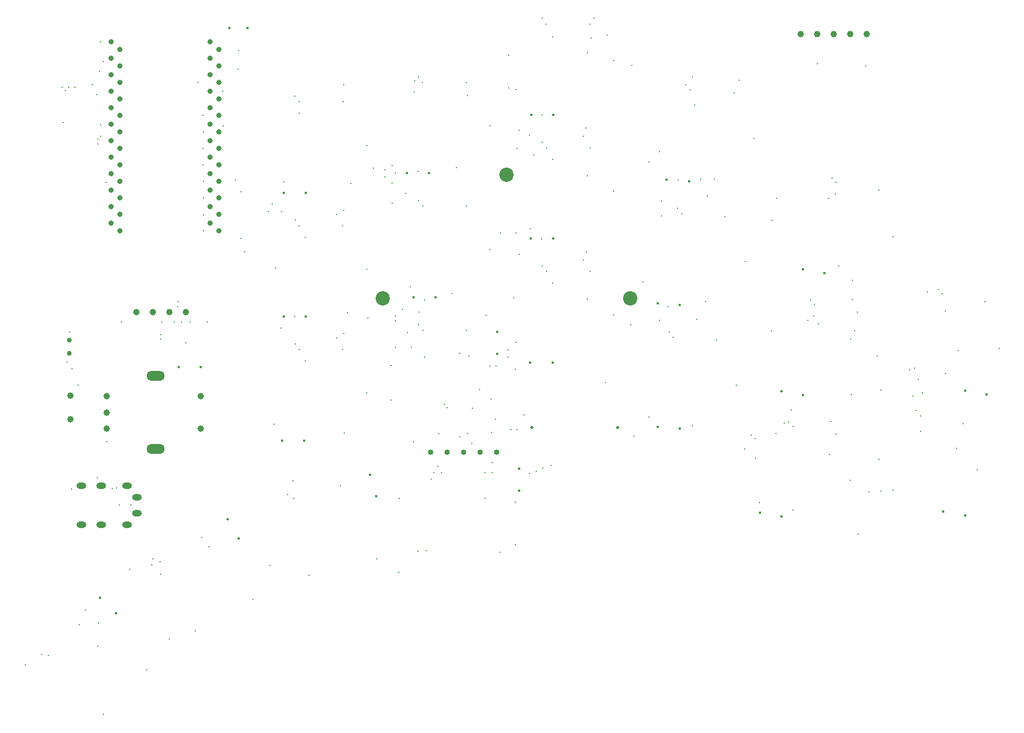
<source format=gbr>
%TF.GenerationSoftware,KiCad,Pcbnew,(6.0.4)*%
%TF.CreationDate,2022-05-03T22:22:58+02:00*%
%TF.ProjectId,klor1_2,6b6c6f72-315f-4322-9e6b-696361645f70,v1.2.0*%
%TF.SameCoordinates,Original*%
%TF.FileFunction,Plated,1,2,PTH,Mixed*%
%TF.FilePolarity,Positive*%
%FSLAX46Y46*%
G04 Gerber Fmt 4.6, Leading zero omitted, Abs format (unit mm)*
G04 Created by KiCad (PCBNEW (6.0.4)) date 2022-05-03 22:22:58*
%MOMM*%
%LPD*%
G01*
G04 APERTURE LIST*
%TA.AperFunction,ComponentDrill*%
%ADD10C,0.100000*%
%TD*%
%TA.AperFunction,ViaDrill*%
%ADD11C,0.300000*%
%TD*%
%TA.AperFunction,ComponentDrill*%
%ADD12C,0.400000*%
%TD*%
%TA.AperFunction,ComponentDrill*%
%ADD13C,0.500000*%
%TD*%
%TA.AperFunction,ComponentDrill*%
%ADD14C,0.750000*%
%TD*%
%TA.AperFunction,ComponentDrill*%
%ADD15C,0.812800*%
%TD*%
%TA.AperFunction,ComponentDrill*%
%ADD16C,0.850000*%
%TD*%
%TA.AperFunction,ComponentDrill*%
%ADD17C,1.000000*%
%TD*%
G04 aperture for slot hole*
%TA.AperFunction,ComponentDrill*%
%ADD18O,1.500000X1.000000*%
%TD*%
G04 aperture for slot hole*
%TA.AperFunction,ComponentDrill*%
%ADD19O,2.800000X1.500000*%
%TD*%
%TA.AperFunction,ComponentDrill*%
%ADD20C,2.200000*%
%TD*%
G04 APERTURE END LIST*
D10*
%TO.C,RSW1*%
X81260000Y-118810000D03*
X81260000Y-122510000D03*
X83210000Y-119435000D03*
X83210000Y-120660000D03*
X83210000Y-121885000D03*
%TD*%
D11*
X75550000Y-152850000D03*
X78081000Y-151212000D03*
X79115824Y-151381163D03*
X81184000Y-63838000D03*
X81400000Y-69300000D03*
X81725000Y-64400000D03*
X81950000Y-106200000D03*
X82248000Y-63899000D03*
X82400000Y-101500000D03*
X82623480Y-125762330D03*
X82739760Y-107233123D03*
X83117000Y-63894000D03*
X83675000Y-109725000D03*
X83843628Y-146643700D03*
X84800000Y-144400000D03*
X85880000Y-63430000D03*
X86556188Y-64941000D03*
X86626637Y-124037585D03*
X86700000Y-150000000D03*
X86703032Y-72603032D03*
X86711480Y-71850000D03*
X86825000Y-146375000D03*
X87009708Y-61404000D03*
X87100000Y-56800000D03*
X87134792Y-71384792D03*
X87150000Y-69650000D03*
X87536208Y-59879208D03*
X87548515Y-160504900D03*
X88025000Y-78475000D03*
X88100000Y-118500000D03*
X88898000Y-125642000D03*
X89595138Y-125625446D03*
X90050000Y-128250000D03*
X90325000Y-100050000D03*
X91600000Y-138100000D03*
X91800000Y-128250000D03*
X94216001Y-153638093D03*
X95034244Y-137451850D03*
X95198995Y-136544557D03*
X96311018Y-136903265D03*
X96381000Y-102616000D03*
X96400000Y-138900000D03*
X96404000Y-101987000D03*
X96500000Y-100050000D03*
X97700000Y-148900000D03*
X98450000Y-100050000D03*
X99006000Y-97681000D03*
X99071208Y-96871208D03*
X99575000Y-100050000D03*
X100234319Y-103209665D03*
X100975000Y-100050000D03*
X101724751Y-147617269D03*
X102141806Y-63106194D03*
X102699537Y-133241409D03*
X102906514Y-68170486D03*
X102911014Y-73254986D03*
X102926014Y-75809986D03*
X102934014Y-70737986D03*
X102934514Y-78358486D03*
X102940514Y-85984486D03*
X102949514Y-80913486D03*
X102977014Y-83480986D03*
X103575000Y-100050000D03*
X103800000Y-134675000D03*
X105908815Y-64438000D03*
X106033463Y-69820121D03*
X107840866Y-78210000D03*
X108300000Y-61100000D03*
X108400000Y-58200000D03*
X108697495Y-79939009D03*
X108757732Y-87130689D03*
X109318937Y-89181063D03*
X110611475Y-142777500D03*
X113000000Y-83000000D03*
X113250000Y-137550000D03*
X113541469Y-81830000D03*
X113818467Y-115800000D03*
X114067969Y-91757031D03*
X114880000Y-100960000D03*
X115000000Y-83000000D03*
X115300000Y-78450000D03*
X115965685Y-126609304D03*
X116800000Y-124500000D03*
X116854000Y-127186000D03*
X117000000Y-99175000D03*
X117042000Y-65241000D03*
X117108000Y-103385000D03*
X117116000Y-84294000D03*
X117667965Y-66073496D03*
X117668316Y-67823699D03*
X117720872Y-104251422D03*
X117728804Y-85175781D03*
X118668000Y-86949762D03*
X118669000Y-106022359D03*
X119261898Y-139050142D03*
X123465571Y-102473355D03*
X123468000Y-83400758D03*
X124068937Y-125252875D03*
X124405819Y-104247892D03*
X124410177Y-85173594D03*
X124458454Y-66078830D03*
X124600000Y-63400000D03*
X124600000Y-82800000D03*
X124600000Y-101800000D03*
X124675000Y-117125000D03*
X125130000Y-98610000D03*
X125700000Y-78700000D03*
X128075000Y-72800000D03*
X128075000Y-91850000D03*
X128075000Y-110950000D03*
X128270000Y-99430000D03*
X129100000Y-76300000D03*
X129640000Y-136474000D03*
X130925000Y-76573500D03*
X130934480Y-77626500D03*
X131840000Y-112010000D03*
X131870000Y-106710000D03*
X132000000Y-75900000D03*
X132000000Y-78575000D03*
X132000000Y-81700000D03*
X132529792Y-99832792D03*
X132534899Y-77081000D03*
X132534899Y-99076000D03*
X132534899Y-103868000D03*
X133000000Y-138600000D03*
X133100000Y-127200000D03*
X133588015Y-98047402D03*
X134100000Y-80200000D03*
X134410000Y-101600000D03*
X134800000Y-94625000D03*
X134975000Y-103875000D03*
X135300000Y-118500000D03*
X135400000Y-64500000D03*
X135490000Y-62847000D03*
X136000000Y-76800000D03*
X136000000Y-135350000D03*
X136080000Y-62269000D03*
X136092000Y-100428000D03*
X136103000Y-81297000D03*
X136175000Y-98525000D03*
X136706583Y-63095948D03*
X136714863Y-101251201D03*
X136719186Y-82173592D03*
X136975000Y-96625000D03*
X137000000Y-105475000D03*
X137294000Y-135218000D03*
X138000000Y-124250000D03*
X138447000Y-123203000D03*
X139049000Y-122324000D03*
X139250000Y-117200000D03*
X139662779Y-123202029D03*
X140052969Y-112694674D03*
X140450000Y-113200000D03*
X141200000Y-95600000D03*
X141890000Y-76220000D03*
X142440000Y-117676120D03*
X142458000Y-104847836D03*
X143409821Y-101251949D03*
X143413137Y-82180697D03*
X143419537Y-63110794D03*
X143600000Y-65100000D03*
X143642194Y-117167194D03*
X143850000Y-105225000D03*
X144275000Y-118750000D03*
X144392000Y-113267489D03*
X145500000Y-110468355D03*
X146300000Y-127200000D03*
X146352872Y-123199244D03*
X146450000Y-99025000D03*
X147060000Y-69823000D03*
X147064000Y-88853000D03*
X147075000Y-106800000D03*
X147276500Y-111865000D03*
X147300000Y-117041609D03*
X147400000Y-121650000D03*
X147400000Y-123225000D03*
X147938666Y-114988666D03*
X148000000Y-106775000D03*
X148600000Y-135450000D03*
X148650000Y-86325000D03*
X149900000Y-104373500D03*
X149900000Y-105426500D03*
X149950000Y-58925000D03*
X149950000Y-63946000D03*
X150300000Y-116600000D03*
X150710000Y-96300000D03*
X150950000Y-134300000D03*
X151000000Y-107300000D03*
X151000000Y-127800000D03*
X151040000Y-86340000D03*
X151100000Y-64200000D03*
X151100000Y-103130000D03*
X151200000Y-116588089D03*
X151230000Y-73290000D03*
X151584899Y-89610000D03*
X151599011Y-70463000D03*
X152300000Y-114300000D03*
X153174929Y-123383929D03*
X153200000Y-71200000D03*
X153225000Y-85650000D03*
X153830000Y-74270000D03*
X154198116Y-123002116D03*
X155075000Y-87250000D03*
X155100000Y-68100000D03*
X155125000Y-53226000D03*
X155150000Y-72292000D03*
X155154000Y-91373000D03*
X155234909Y-122570980D03*
X155735879Y-54086543D03*
X155765922Y-73178188D03*
X155768633Y-92245978D03*
X156475000Y-122117460D03*
X156693000Y-56069123D03*
X156712000Y-74949762D03*
X156717000Y-94022359D03*
X161510000Y-71400758D03*
X161510000Y-90473355D03*
X161800000Y-70100000D03*
X161900000Y-89300000D03*
X162100000Y-58500000D03*
X162100000Y-77500000D03*
X162100000Y-96500000D03*
X162452132Y-73176367D03*
X162455298Y-92245542D03*
X162493031Y-54121840D03*
X162650000Y-56275000D03*
X163126000Y-53218000D03*
X164883469Y-109302175D03*
X165125000Y-55850000D03*
X166107000Y-79865000D03*
X166111394Y-59724606D03*
X166116000Y-98951000D03*
X168775000Y-100475000D03*
X168952723Y-60464911D03*
X169280020Y-117657040D03*
X170610694Y-93850306D03*
X171510000Y-114670000D03*
X171562500Y-75362500D03*
X173175000Y-73775000D03*
X173180000Y-99750000D03*
X173500000Y-81400000D03*
X173500000Y-83700000D03*
X174525000Y-97650000D03*
X174651000Y-101560000D03*
X175263000Y-102357000D03*
X175989000Y-82516000D03*
X176050000Y-78200000D03*
X176606261Y-83333419D03*
X177257000Y-63479000D03*
X177883635Y-64278396D03*
X178200000Y-62275000D03*
X178200000Y-116000000D03*
X178600000Y-66600000D03*
X178900000Y-99600000D03*
X179500000Y-78000000D03*
X180300000Y-96900000D03*
X180500000Y-80600000D03*
X181600000Y-78000000D03*
X181962564Y-102838814D03*
X183267239Y-83798846D03*
X184693823Y-64730025D03*
X185028000Y-109766000D03*
X185400000Y-62800000D03*
X186300000Y-119600000D03*
X186352000Y-90708000D03*
X187337025Y-117493711D03*
X187696000Y-71710000D03*
X187876500Y-117955186D03*
X188000000Y-121000000D03*
X188600000Y-127900000D03*
X190463500Y-101380000D03*
X190523944Y-84335444D03*
X191100000Y-117200000D03*
X191225000Y-80925000D03*
X192343801Y-115553751D03*
X193084000Y-115397000D03*
X193500000Y-113600000D03*
X193698139Y-116059940D03*
X193700000Y-129000000D03*
X196000000Y-99800000D03*
X196428000Y-96610000D03*
X196971000Y-99125000D03*
X197045000Y-97305000D03*
X197425000Y-60260000D03*
X197600000Y-100300000D03*
X199200000Y-81000000D03*
X199300000Y-120400000D03*
X199562571Y-115317721D03*
X199747000Y-77824000D03*
X200278974Y-80314149D03*
X200338020Y-117263210D03*
X200357000Y-78526000D03*
X200800000Y-91400000D03*
X202521000Y-124406000D03*
X202600000Y-102600000D03*
X202700000Y-111230000D03*
X202854000Y-96527000D03*
X202900000Y-93600000D03*
X203257306Y-101381000D03*
X203641572Y-98475115D03*
X203690000Y-132660000D03*
X204875000Y-60600000D03*
X205425000Y-126175000D03*
X206675000Y-105300000D03*
X206940000Y-121141303D03*
X206957420Y-79685666D03*
X207300000Y-110500000D03*
X207300000Y-126125000D03*
X209145000Y-86857000D03*
X209180000Y-125902000D03*
X211660000Y-107420000D03*
X212153066Y-111480934D03*
X212482000Y-107160000D03*
X212717000Y-113614000D03*
X213000000Y-108825000D03*
X213334986Y-114464194D03*
X213400000Y-116900000D03*
X213600000Y-110900000D03*
X214400000Y-95400000D03*
X216049000Y-94990000D03*
X216659492Y-95689126D03*
X217200000Y-98300000D03*
X217200000Y-108000000D03*
X218900000Y-119450000D03*
X219100000Y-104400000D03*
X219938000Y-115636000D03*
X222135000Y-122817000D03*
X223259000Y-96863000D03*
X225442000Y-104063000D03*
D12*
%TO.C,D19*%
X87070836Y-142475836D03*
X89475000Y-144880000D03*
%TO.C,D18*%
X99180000Y-106960000D03*
X102580000Y-106960000D03*
%TO.C,D20*%
X106672000Y-130427514D03*
%TO.C,R3*%
X106983000Y-54698000D03*
%TO.C,D20*%
X108372000Y-133372000D03*
%TO.C,R3*%
X109783000Y-54698000D03*
%TO.C,D12*%
X115100000Y-118290000D03*
%TO.C,D1*%
X115300000Y-80100000D03*
%TO.C,D6*%
X115300000Y-99200000D03*
%TO.C,D12*%
X118500000Y-118290000D03*
%TO.C,D1*%
X118700000Y-80100000D03*
%TO.C,D6*%
X118700000Y-99200000D03*
%TO.C,D21*%
X128663008Y-123578926D03*
X129542992Y-126863074D03*
%TO.C,D2*%
X134300000Y-77100000D03*
%TO.C,D7*%
X135297000Y-96197000D03*
%TO.C,D2*%
X137700000Y-77100000D03*
%TO.C,D7*%
X138697000Y-96197000D03*
%TO.C,D13*%
X148200000Y-101500000D03*
X148200000Y-104900000D03*
%TO.C,D22*%
X151604000Y-122605000D03*
X151604000Y-126005000D03*
%TO.C,D14*%
X153300000Y-106300000D03*
%TO.C,D8*%
X153379000Y-87185000D03*
%TO.C,D3*%
X153400000Y-68100000D03*
%TO.C,D14*%
X156700000Y-106300000D03*
%TO.C,D8*%
X156779000Y-87185000D03*
%TO.C,D3*%
X156800000Y-68100000D03*
%TO.C,D15*%
X172900000Y-116200000D03*
%TO.C,D9*%
X172908282Y-97162828D03*
%TO.C,D4*%
X174300000Y-78100000D03*
%TO.C,D15*%
X176291718Y-116437172D03*
%TO.C,D9*%
X176300000Y-97400000D03*
%TO.C,D4*%
X177691718Y-78337172D03*
%TO.C,D16*%
X188625827Y-129404798D03*
%TO.C,D10*%
X191951654Y-110709596D03*
%TO.C,D16*%
X191974173Y-129995202D03*
%TO.C,D5*%
X195251654Y-91909596D03*
%TO.C,D10*%
X195300000Y-111300000D03*
%TO.C,D5*%
X198600000Y-92500000D03*
%TO.C,D17*%
X216851654Y-129209596D03*
%TO.C,D11*%
X220200000Y-110600000D03*
%TO.C,D17*%
X220200000Y-129800000D03*
%TO.C,D11*%
X223548346Y-111190404D03*
D13*
%TO.C,BZ1*%
X153510000Y-116290000D03*
X166710000Y-116290000D03*
D14*
%TO.C,BT1*%
X82350000Y-102800000D03*
X82350000Y-104800000D03*
D15*
%TO.C,U1*%
X88780000Y-56840000D03*
X88780000Y-59380000D03*
X88780000Y-61920000D03*
X88780000Y-64460000D03*
X88780000Y-67000000D03*
X88780000Y-69540000D03*
X88780000Y-72080000D03*
X88780000Y-74620000D03*
X88780000Y-77160000D03*
X88780000Y-79700000D03*
X88780000Y-82240000D03*
X88780000Y-84780000D03*
X90078815Y-58035745D03*
X90078815Y-60575745D03*
X90078815Y-63115745D03*
X90078815Y-65655745D03*
X90078815Y-68195745D03*
X90078815Y-70735745D03*
X90078815Y-73275745D03*
X90078815Y-75815745D03*
X90078815Y-78355745D03*
X90078815Y-80895745D03*
X90078815Y-83435745D03*
X90078815Y-85975745D03*
X104020000Y-56840000D03*
X104020000Y-59380000D03*
X104020000Y-61920000D03*
X104020000Y-64460000D03*
X104020000Y-67000000D03*
X104020000Y-69540000D03*
X104020000Y-72080000D03*
X104020000Y-74620000D03*
X104020000Y-77160000D03*
X104020000Y-79700000D03*
X104020000Y-82240000D03*
X104020000Y-84780000D03*
X105318815Y-58035745D03*
X105318815Y-60575745D03*
X105318815Y-63115745D03*
X105318815Y-65655745D03*
X105318815Y-68195745D03*
X105318815Y-70735745D03*
X105318815Y-73275745D03*
X105318815Y-75815745D03*
X105318815Y-78355745D03*
X105318815Y-80895745D03*
X105318815Y-83435745D03*
X105318815Y-85975745D03*
D16*
%TO.C,J3*%
X137950000Y-120100000D03*
X140490000Y-120100000D03*
X143030000Y-120100000D03*
X145570000Y-120100000D03*
X148110000Y-120100000D03*
D17*
%TO.C,BT2*%
X82500000Y-111399951D03*
X82500000Y-115000000D03*
D18*
%TO.C,J1*%
X84200000Y-125275000D03*
X84200000Y-131225000D03*
X87200000Y-125275000D03*
X87200000Y-131225000D03*
D17*
%TO.C,SW18*%
X88090000Y-111450000D03*
X88090000Y-113950000D03*
X88090000Y-116450000D03*
D18*
%TO.C,J1*%
X91200000Y-125275000D03*
X91200000Y-131225000D03*
D17*
%TO.C,OLED1*%
X92629110Y-98455000D03*
D18*
%TO.C,J1*%
X92700000Y-127025000D03*
X92700000Y-129475000D03*
D17*
%TO.C,OLED1*%
X95169110Y-98455000D03*
X97709110Y-98455000D03*
X100249110Y-98455000D03*
%TO.C,SW18*%
X102590000Y-111450000D03*
X102590000Y-116450000D03*
%TO.C,J2*%
X194920000Y-55650000D03*
X197460000Y-55650000D03*
X200000000Y-55650000D03*
X202540000Y-55650000D03*
X205080000Y-55650000D03*
D19*
%TO.C,SW18*%
X95590000Y-108350000D03*
X95590000Y-119550000D03*
D20*
%TO.C,REF\u002A\u002A*%
X130549000Y-96400000D03*
X149599000Y-77350000D03*
X168649000Y-96400000D03*
M02*

</source>
